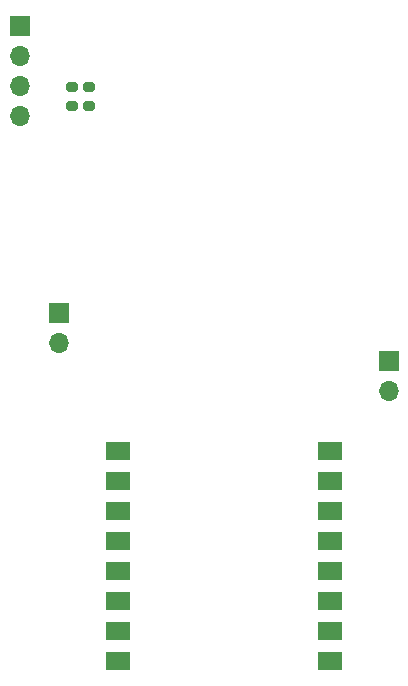
<source format=gbr>
%TF.GenerationSoftware,KiCad,Pcbnew,9.0.0*%
%TF.CreationDate,2025-03-25T20:09:50+01:00*%
%TF.ProjectId,raumtemp_front,7261756d-7465-46d7-905f-66726f6e742e,rev?*%
%TF.SameCoordinates,Original*%
%TF.FileFunction,Soldermask,Bot*%
%TF.FilePolarity,Negative*%
%FSLAX46Y46*%
G04 Gerber Fmt 4.6, Leading zero omitted, Abs format (unit mm)*
G04 Created by KiCad (PCBNEW 9.0.0) date 2025-03-25 20:09:50*
%MOMM*%
%LPD*%
G01*
G04 APERTURE LIST*
G04 Aperture macros list*
%AMRoundRect*
0 Rectangle with rounded corners*
0 $1 Rounding radius*
0 $2 $3 $4 $5 $6 $7 $8 $9 X,Y pos of 4 corners*
0 Add a 4 corners polygon primitive as box body*
4,1,4,$2,$3,$4,$5,$6,$7,$8,$9,$2,$3,0*
0 Add four circle primitives for the rounded corners*
1,1,$1+$1,$2,$3*
1,1,$1+$1,$4,$5*
1,1,$1+$1,$6,$7*
1,1,$1+$1,$8,$9*
0 Add four rect primitives between the rounded corners*
20,1,$1+$1,$2,$3,$4,$5,0*
20,1,$1+$1,$4,$5,$6,$7,0*
20,1,$1+$1,$6,$7,$8,$9,0*
20,1,$1+$1,$8,$9,$2,$3,0*%
G04 Aperture macros list end*
%ADD10R,2.025000X1.524000*%
%ADD11R,1.700000X1.700000*%
%ADD12O,1.700000X1.700000*%
%ADD13RoundRect,0.200000X-0.275000X0.200000X-0.275000X-0.200000X0.275000X-0.200000X0.275000X0.200000X0*%
G04 APERTURE END LIST*
D10*
%TO.C,U1*%
X153915000Y-127820000D03*
X153915000Y-130360000D03*
X153915000Y-132900000D03*
X153915000Y-135440000D03*
X153915000Y-140520000D03*
X153915000Y-137980000D03*
X171885000Y-145600000D03*
X153915000Y-145600000D03*
X171885000Y-143060000D03*
X171885000Y-140520000D03*
X171885000Y-137980000D03*
X171885000Y-135440000D03*
X171885000Y-132900000D03*
X171885000Y-130360000D03*
X171885000Y-127820000D03*
X153915000Y-143060000D03*
%TD*%
D11*
%TO.C,J3*%
X145600000Y-91900000D03*
D12*
X145600000Y-94440000D03*
X145600000Y-96980000D03*
X145600000Y-99520000D03*
%TD*%
D11*
%TO.C,J5*%
X176825000Y-120200000D03*
D12*
X176825000Y-122740000D03*
%TD*%
D11*
%TO.C,J4*%
X148925000Y-116200000D03*
D12*
X148925000Y-118740000D03*
%TD*%
D13*
%TO.C,R1*%
X150000000Y-97025000D03*
X150000000Y-98675000D03*
%TD*%
%TO.C,R2*%
X151500000Y-97025000D03*
X151500000Y-98675000D03*
%TD*%
M02*

</source>
